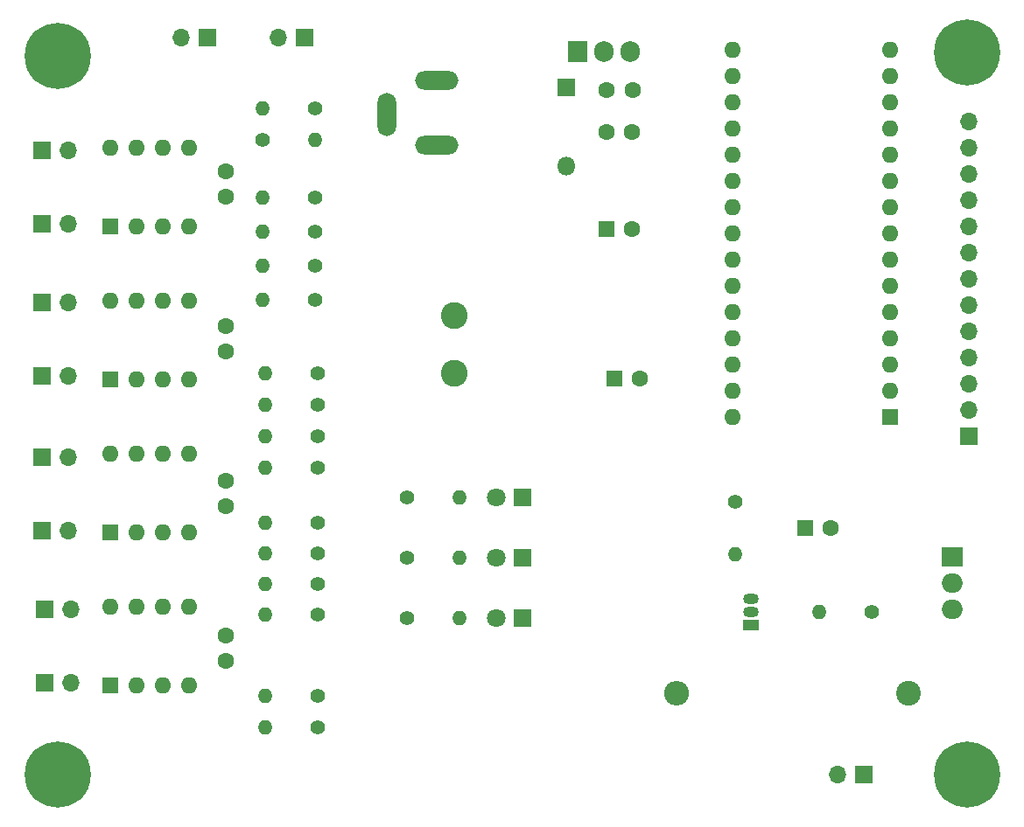
<source format=gbr>
G04 #@! TF.GenerationSoftware,KiCad,Pcbnew,(5.1.9)-1*
G04 #@! TF.CreationDate,2021-03-29T19:03:04-07:00*
G04 #@! TF.ProjectId,thermistor_calibrator,74686572-6d69-4737-946f-725f63616c69,rev?*
G04 #@! TF.SameCoordinates,Original*
G04 #@! TF.FileFunction,Soldermask,Bot*
G04 #@! TF.FilePolarity,Negative*
%FSLAX46Y46*%
G04 Gerber Fmt 4.6, Leading zero omitted, Abs format (unit mm)*
G04 Created by KiCad (PCBNEW (5.1.9)-1) date 2021-03-29 19:03:04*
%MOMM*%
%LPD*%
G01*
G04 APERTURE LIST*
%ADD10O,4.200000X1.800000*%
%ADD11O,1.800000X4.200000*%
%ADD12O,1.700000X1.700000*%
%ADD13R,1.700000X1.700000*%
%ADD14C,1.600000*%
%ADD15O,1.600000X1.600000*%
%ADD16R,1.600000X1.600000*%
%ADD17O,1.905000X2.000000*%
%ADD18R,1.905000X2.000000*%
%ADD19O,1.400000X1.400000*%
%ADD20C,1.400000*%
%ADD21O,2.400000X2.400000*%
%ADD22C,2.400000*%
%ADD23O,2.000000X1.905000*%
%ADD24R,2.000000X1.905000*%
%ADD25R,1.500000X1.050000*%
%ADD26O,1.500000X1.050000*%
%ADD27C,2.600000*%
%ADD28C,0.800000*%
%ADD29C,6.400000*%
%ADD30C,1.800000*%
%ADD31R,1.800000X1.800000*%
%ADD32O,1.800000X1.800000*%
G04 APERTURE END LIST*
D10*
G04 #@! TO.C,J1*
X92583000Y-43307000D03*
X92583000Y-49557000D03*
D11*
X87783000Y-46557000D03*
G04 #@! TD*
D12*
G04 #@! TO.C,J10*
X57150000Y-101600000D03*
D13*
X54610000Y-101600000D03*
G04 #@! TD*
D12*
G04 #@! TO.C,J9*
X56896000Y-86868000D03*
D13*
X54356000Y-86868000D03*
G04 #@! TD*
D12*
G04 #@! TO.C,J8*
X57150000Y-94488000D03*
D13*
X54610000Y-94488000D03*
G04 #@! TD*
D12*
G04 #@! TO.C,J7*
X56896000Y-79756000D03*
D13*
X54356000Y-79756000D03*
G04 #@! TD*
D12*
G04 #@! TO.C,J6*
X56896000Y-71882000D03*
D13*
X54356000Y-71882000D03*
G04 #@! TD*
D12*
G04 #@! TO.C,J5*
X56896000Y-57150000D03*
D13*
X54356000Y-57150000D03*
G04 #@! TD*
D12*
G04 #@! TO.C,J4*
X131318000Y-110515000D03*
D13*
X133858000Y-110515000D03*
G04 #@! TD*
D12*
G04 #@! TO.C,J3*
X56896000Y-64770000D03*
D13*
X54356000Y-64770000D03*
G04 #@! TD*
D12*
G04 #@! TO.C,J2*
X56896000Y-50038000D03*
D13*
X54356000Y-50038000D03*
G04 #@! TD*
D14*
G04 #@! TO.C,C9*
X72136000Y-99528000D03*
X72136000Y-97028000D03*
G04 #@! TD*
G04 #@! TO.C,C8*
X72136000Y-84542000D03*
X72136000Y-82042000D03*
G04 #@! TD*
G04 #@! TO.C,C7*
X72136000Y-69556000D03*
X72136000Y-67056000D03*
G04 #@! TD*
G04 #@! TO.C,C6*
X72136000Y-54570000D03*
X72136000Y-52070000D03*
G04 #@! TD*
D15*
G04 #@! TO.C,U5*
X60960000Y-94234000D03*
X68580000Y-101854000D03*
X63500000Y-94234000D03*
X66040000Y-101854000D03*
X66040000Y-94234000D03*
X63500000Y-101854000D03*
X68580000Y-94234000D03*
D16*
X60960000Y-101854000D03*
G04 #@! TD*
D15*
G04 #@! TO.C,U4*
X60960000Y-79417332D03*
X68580000Y-87037332D03*
X63500000Y-79417332D03*
X66040000Y-87037332D03*
X66040000Y-79417332D03*
X63500000Y-87037332D03*
X68580000Y-79417332D03*
D16*
X60960000Y-87037332D03*
G04 #@! TD*
D15*
G04 #@! TO.C,U3*
X60960000Y-64600666D03*
X68580000Y-72220666D03*
X63500000Y-64600666D03*
X66040000Y-72220666D03*
X66040000Y-64600666D03*
X63500000Y-72220666D03*
X68580000Y-64600666D03*
D16*
X60960000Y-72220666D03*
G04 #@! TD*
D15*
G04 #@! TO.C,U2*
X60960000Y-49784000D03*
X68580000Y-57404000D03*
X63500000Y-49784000D03*
X66040000Y-57404000D03*
X66040000Y-49784000D03*
X63500000Y-57404000D03*
X68580000Y-49784000D03*
D16*
X60960000Y-57404000D03*
G04 #@! TD*
D17*
G04 #@! TO.C,U1*
X111252000Y-40488000D03*
X108712000Y-40488000D03*
D18*
X106172000Y-40488000D03*
G04 #@! TD*
D19*
G04 #@! TO.C,R22*
X94742000Y-95377000D03*
D20*
X89662000Y-95377000D03*
G04 #@! TD*
D19*
G04 #@! TO.C,R21*
X94742000Y-89535000D03*
D20*
X89662000Y-89535000D03*
G04 #@! TD*
D19*
G04 #@! TO.C,R20*
X75946000Y-92032666D03*
D20*
X81026000Y-92032666D03*
G04 #@! TD*
D19*
G04 #@! TO.C,R19*
X75946000Y-77724000D03*
D20*
X81026000Y-77724000D03*
G04 #@! TD*
D19*
G04 #@! TO.C,R18*
X94742000Y-83693000D03*
D20*
X89662000Y-83693000D03*
G04 #@! TD*
D19*
G04 #@! TO.C,R17*
X75946000Y-94996000D03*
D20*
X81026000Y-94996000D03*
G04 #@! TD*
D19*
G04 #@! TO.C,R16*
X75946000Y-80772000D03*
D20*
X81026000Y-80772000D03*
G04 #@! TD*
D19*
G04 #@! TO.C,R15*
X75946000Y-105918000D03*
D20*
X81026000Y-105918000D03*
G04 #@! TD*
D19*
G04 #@! TO.C,R14*
X75946000Y-89069333D03*
D20*
X81026000Y-89069333D03*
G04 #@! TD*
D19*
G04 #@! TO.C,R13*
X75946000Y-102870000D03*
D20*
X81026000Y-102870000D03*
G04 #@! TD*
D19*
G04 #@! TO.C,R12*
X75946000Y-86106000D03*
D20*
X81026000Y-86106000D03*
G04 #@! TD*
D21*
G04 #@! TO.C,R11*
X115776000Y-102616000D03*
D22*
X138176000Y-102616000D03*
G04 #@! TD*
D19*
G04 #@! TO.C,R10*
X129540000Y-94742000D03*
D20*
X134620000Y-94742000D03*
G04 #@! TD*
D19*
G04 #@! TO.C,R9*
X75692000Y-61214000D03*
D20*
X80772000Y-61214000D03*
G04 #@! TD*
D19*
G04 #@! TO.C,R8*
X75692000Y-45974000D03*
D20*
X80772000Y-45974000D03*
G04 #@! TD*
D19*
G04 #@! TO.C,R7*
X121412000Y-89154000D03*
D20*
X121412000Y-84074000D03*
G04 #@! TD*
D19*
G04 #@! TO.C,R6*
X75692000Y-64516000D03*
D20*
X80772000Y-64516000D03*
G04 #@! TD*
D19*
G04 #@! TO.C,R5*
X80772000Y-49022000D03*
D20*
X75692000Y-49022000D03*
G04 #@! TD*
D19*
G04 #@! TO.C,R4*
X75946000Y-74676000D03*
D20*
X81026000Y-74676000D03*
G04 #@! TD*
D19*
G04 #@! TO.C,R3*
X75692000Y-57912000D03*
D20*
X80772000Y-57912000D03*
G04 #@! TD*
D19*
G04 #@! TO.C,R2*
X75946000Y-71628000D03*
D20*
X81026000Y-71628000D03*
G04 #@! TD*
D19*
G04 #@! TO.C,R1*
X75692000Y-54610000D03*
D20*
X80772000Y-54610000D03*
G04 #@! TD*
D23*
G04 #@! TO.C,Q2*
X142418000Y-94488000D03*
X142418000Y-91948000D03*
D24*
X142418000Y-89408000D03*
G04 #@! TD*
D25*
G04 #@! TO.C,Q1*
X122936000Y-96012000D03*
D26*
X122936000Y-93472000D03*
X122936000Y-94742000D03*
G04 #@! TD*
D27*
G04 #@! TO.C,L1*
X94234000Y-71628000D03*
X94234000Y-66028000D03*
G04 #@! TD*
D12*
G04 #@! TO.C,J13*
X77216000Y-39116000D03*
D13*
X79756000Y-39116000D03*
G04 #@! TD*
D12*
G04 #@! TO.C,J12*
X144018000Y-47244000D03*
X144018000Y-49784000D03*
X144018000Y-52324000D03*
X144018000Y-54864000D03*
X144018000Y-57404000D03*
X144018000Y-59944000D03*
X144018000Y-62484000D03*
X144018000Y-65024000D03*
X144018000Y-67564000D03*
X144018000Y-70104000D03*
X144018000Y-72644000D03*
X144018000Y-75184000D03*
D13*
X144018000Y-77724000D03*
G04 #@! TD*
D12*
G04 #@! TO.C,J11*
X67818000Y-39116000D03*
D13*
X70358000Y-39116000D03*
G04 #@! TD*
D28*
G04 #@! TO.C,H4*
X145542000Y-108792944D03*
X143844944Y-108090000D03*
X142147888Y-108792944D03*
X141444944Y-110490000D03*
X142147888Y-112187056D03*
X143844944Y-112890000D03*
X145542000Y-112187056D03*
X146244944Y-110490000D03*
D29*
X143844944Y-110490000D03*
G04 #@! TD*
D28*
G04 #@! TO.C,H3*
X57577056Y-108792944D03*
X55880000Y-108090000D03*
X54182944Y-108792944D03*
X53480000Y-110490000D03*
X54182944Y-112187056D03*
X55880000Y-112890000D03*
X57577056Y-112187056D03*
X58280000Y-110490000D03*
D29*
X55880000Y-110490000D03*
G04 #@! TD*
D28*
G04 #@! TO.C,H2*
X145542000Y-38921943D03*
X143844944Y-38218999D03*
X142147888Y-38921943D03*
X141444944Y-40618999D03*
X142147888Y-42316055D03*
X143844944Y-43018999D03*
X145542000Y-42316055D03*
X146244944Y-40618999D03*
D29*
X143844944Y-40618999D03*
G04 #@! TD*
D28*
G04 #@! TO.C,H1*
X57577056Y-39196944D03*
X55880000Y-38494000D03*
X54182944Y-39196944D03*
X53480000Y-40894000D03*
X54182944Y-42591056D03*
X55880000Y-43294000D03*
X57577056Y-42591056D03*
X58280000Y-40894000D03*
D29*
X55880000Y-40894000D03*
G04 #@! TD*
D30*
G04 #@! TO.C,D4*
X98298000Y-95377000D03*
D31*
X100838000Y-95377000D03*
G04 #@! TD*
D30*
G04 #@! TO.C,D3*
X98298000Y-89535000D03*
D31*
X100838000Y-89535000D03*
G04 #@! TD*
D30*
G04 #@! TO.C,D2*
X98298000Y-83693000D03*
D31*
X100838000Y-83693000D03*
G04 #@! TD*
D32*
G04 #@! TO.C,D1*
X105062000Y-51562000D03*
D31*
X105062000Y-43942000D03*
G04 #@! TD*
D14*
G04 #@! TO.C,C5*
X130676698Y-86614000D03*
D16*
X128176698Y-86614000D03*
G04 #@! TD*
D14*
G04 #@! TO.C,C4*
X112228000Y-72136000D03*
D16*
X109728000Y-72136000D03*
G04 #@! TD*
D14*
G04 #@! TO.C,C3*
X109006000Y-44196000D03*
X111506000Y-44196000D03*
G04 #@! TD*
G04 #@! TO.C,C2*
X111466000Y-48260000D03*
X108966000Y-48260000D03*
G04 #@! TD*
G04 #@! TO.C,C1*
X111466000Y-57658000D03*
D16*
X108966000Y-57658000D03*
G04 #@! TD*
D15*
G04 #@! TO.C,A1*
X121158000Y-40288000D03*
X136398000Y-40288000D03*
X121158000Y-75848000D03*
X136398000Y-42828000D03*
X121158000Y-73308000D03*
X136398000Y-45368000D03*
X121158000Y-70768000D03*
X136398000Y-47908000D03*
X121158000Y-68228000D03*
X136398000Y-50448000D03*
X121158000Y-65688000D03*
X136398000Y-52988000D03*
X121158000Y-63148000D03*
X136398000Y-55528000D03*
X121158000Y-60608000D03*
X136398000Y-58068000D03*
X121158000Y-58068000D03*
X136398000Y-60608000D03*
X121158000Y-55528000D03*
X136398000Y-63148000D03*
X121158000Y-52988000D03*
X136398000Y-65688000D03*
X121158000Y-50448000D03*
X136398000Y-68228000D03*
X121158000Y-47908000D03*
X136398000Y-70768000D03*
X121158000Y-45368000D03*
X136398000Y-73308000D03*
X121158000Y-42828000D03*
D16*
X136398000Y-75848000D03*
G04 #@! TD*
M02*

</source>
